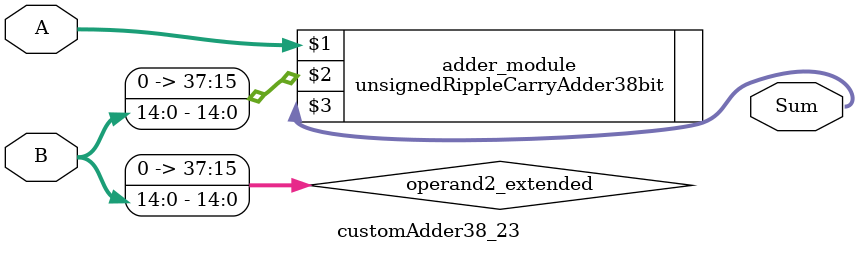
<source format=v>
module customAdder38_23(
                        input [37 : 0] A,
                        input [14 : 0] B,
                        
                        output [38 : 0] Sum
                );

        wire [37 : 0] operand2_extended;
        
        assign operand2_extended =  {23'b0, B};
        
        unsignedRippleCarryAdder38bit adder_module(
            A,
            operand2_extended,
            Sum
        );
        
        endmodule
        
</source>
